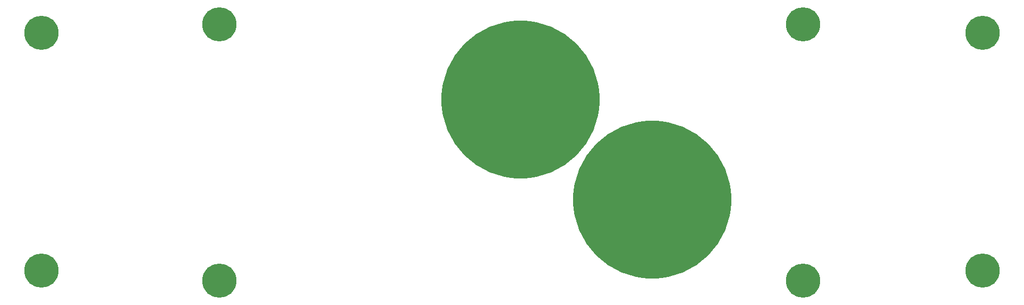
<source format=gts>
G04 MADE WITH FRITZING*
G04 WWW.FRITZING.ORG*
G04 DOUBLE SIDED*
G04 HOLES PLATED*
G04 CONTOUR ON CENTER OF CONTOUR VECTOR*
%FSLAX26Y26*%
%MOIN*%
%ADD10C,0.214725*%
%ADD11C,0.994252*%
%G04MASK1*%
%FSLAX26Y26*%
%MOIN*%
D10*
X1336590Y1758853D03*
X1336590Y144680D03*
X4998010Y144680D03*
X4998010Y1758853D03*
X6125120Y1704602D03*
X6125120Y208550D03*
X219617Y208550D03*
X219617Y1704609D03*
D11*
X3226360Y1286411D03*
X4053130Y656490D03*
G04 End of Mask1*
M02*
</source>
